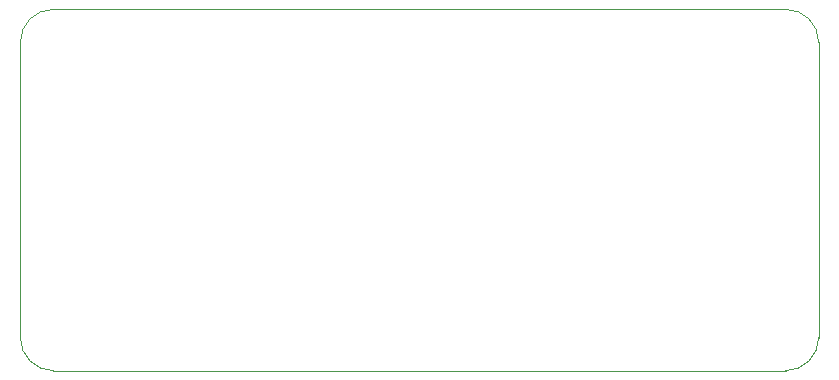
<source format=gbr>
%TF.GenerationSoftware,KiCad,Pcbnew,9.0.1-9.0.1-0~ubuntu22.04.1*%
%TF.CreationDate,2025-05-27T19:15:10+02:00*%
%TF.ProjectId,kame32-pcb,6b616d65-3332-42d7-9063-622e6b696361,rev?*%
%TF.SameCoordinates,Original*%
%TF.FileFunction,Profile,NP*%
%FSLAX46Y46*%
G04 Gerber Fmt 4.6, Leading zero omitted, Abs format (unit mm)*
G04 Created by KiCad (PCBNEW 9.0.1-9.0.1-0~ubuntu22.04.1) date 2025-05-27 19:15:10*
%MOMM*%
%LPD*%
G01*
G04 APERTURE LIST*
%TA.AperFunction,Profile*%
%ADD10C,0.050000*%
%TD*%
G04 APERTURE END LIST*
D10*
X150000000Y-58200000D02*
X149999999Y-33200000D01*
X149999999Y-33200000D02*
G75*
G02*
X152800000Y-30399999I2800001J0D01*
G01*
X217599999Y-58200000D02*
G75*
G02*
X214799999Y-60999999I-2799999J0D01*
G01*
X152800000Y-30399999D02*
X214800000Y-30400000D01*
X214799999Y-30400000D02*
G75*
G02*
X217600000Y-33200000I1J-2800000D01*
G01*
X217600000Y-33200000D02*
X217599999Y-58200000D01*
X214799999Y-61000000D02*
X152800000Y-61000000D01*
X152800000Y-61000000D02*
G75*
G02*
X150000000Y-58200000I0J2800000D01*
G01*
M02*

</source>
